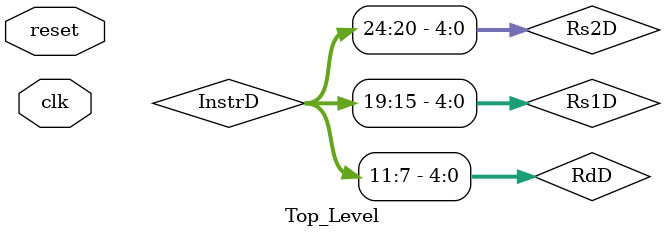
<source format=v>
`timescale 1ns /1ps

module Top_Level(
    input wire clk,             
    input wire reset            
);

    // IF Stage Signals
    wire [31:0] PCF, InstrF, PCPlus4F;
    wire StallF;

    // ID Stage Signals
    wire [31:0] PCD, InstrD, PCPlus4D, ImmExtD, RD1D, RD2D;
    wire StallD, FlushD;
    wire [4:0] Rs1D, Rs2D, RdD;
    wire RegWriteD, MemWriteD, ALUSrcD, BranchD, JumpD;
    wire [2:0] ALUControlD;
    wire [1:0] ResultSrcD, ImmSrcD;

    // EX Stage Signals
    wire [31:0] PCE, PCPlus4E, RD1E, RD2E, ImmExtE, PCTargetE, ALUResultE, WriteDataE;
    wire [4:0] Rs1E, Rs2E, RdE;
    wire RegWriteE, MemWriteE, ALUSrcE, BranchE, JumpE, ZeroE, PCSrcE;
    wire [2:0] ALUControlE;
    wire [1:0] ResultSrcE, ForwardAE, ForwardBE;
    wire FlushE;

    // MEM Stage Signals
    wire [31:0] PCPlus4M, ALUResultM, WriteDataM, ReadDataM;
    wire [4:0] RdM;
    wire RegWriteM, MemWriteM;
    wire [1:0] ResultSrcM;

    // WB Stage Signals
    wire [31:0] PCPlus4W, ALUResultW, ReadDataW, ResultW;
    wire [4:0] RdW;
    wire RegWriteW;
    wire [1:0] ResultSrcW;

    // IF Stage
    IF_Stage if_stage (
        .clk(clk),
        .reset(reset),
        .StallF(StallF),        // Active high stall signal
        .PCSrcE(PCSrcE),
        .PCTargetE(PCTargetE),
        .InstrF(InstrF),
        .PCF(PCF),
        .PCPlus4F(PCPlus4F)
    );

    // IF/ID Pipeline Register
    IF_ID_Pipeline_Reg if_id_reg (
        .clk(clk),
        .reset(reset),
        .FlushD(FlushD),
        .StallD(StallD),        // Active high stall signal
        .PCF(PCF),
        .InstrF(InstrF),
        .PCPlus4F(PCPlus4F),
        .PCD(PCD),
        .InstrD(InstrD),
        .PCPlus4D(PCPlus4D)
    );

    // Control Unit
    ControlUnit control_unit (
        .InstrD(InstrD),
        .RegWriteD(RegWriteD),
        .MemWriteD(MemWriteD),
        .ResultSrcD(ResultSrcD),
        .ALUControlD(ALUControlD),
        .ALUSrcD(ALUSrcD),
        .BranchD(BranchD),
        .JumpD(JumpD),
        .ImmSrcD(ImmSrcD)
    );

    // Extract register addresses
    assign Rs1D = InstrD[19:15];
    assign Rs2D = InstrD[24:20];
    assign RdD = InstrD[11:7];

    // Extend Unit
    Extend_Unit extend_unit (
        .InstrD(InstrD),
        .ImmSrc(ImmSrcD),
        .ImmExtD(ImmExtD)
    );

    // Register File
    Register_File reg_file (
        .clk(clk),
        .reset(reset),
        .RegWriteW(RegWriteW),
        .rs1(Rs1D),
        .rs2(Rs2D),
        .rd(RdW),
        .ResultW(ResultW),
        .RD1(RD1D),
        .RD2(RD2D)
    );

    // Hazard Unit
    Hazard_Unit hazard_unit (
        .Rs1D(Rs1D),
        .Rs2D(Rs2D),
        .Rs1E(Rs1E),
        .Rs2E(Rs2E),
        .RdE(RdE),
        .RdM(RdM),
        .RdW(RdW),
        .RegWriteM(RegWriteM),
        .RegWriteW(RegWriteW),
        .ResultSrcE(ResultSrcE),
        .PCSrcE(PCSrcE),
        .StallF(StallF),
        .StallD(StallD),
        .FlushD(FlushD),
        .FlushE(FlushE),
        .ForwardAE(ForwardAE),
        .ForwardBE(ForwardBE)
    );

    // ID/EX Pipeline Register
    ID_EX_Pipeline_Reg id_ex_pipeline (
        .clk(clk),
        .reset(reset),
        .FlushE(FlushE),          
        .RD1(RD1D),
        .RD2(RD2D),
        .PCD(PCD),
        .ImmExtD(ImmExtD),
        .PCPlus4D(PCPlus4D),
        .Rs1D(Rs1D),
        .Rs2D(Rs2D),
        .RdD(RdD),
        .ALUControlD(ALUControlD),
        .ALUSrcD(ALUSrcD),
        .MemWriteD(MemWriteD),
        .RegWriteD(RegWriteD),
        .ResultSrcD(ResultSrcD),
        .BranchD(BranchD),
        .JumpD(JumpD),
        .RD1E(RD1E),
        .RD2E(RD2E),
        .PCE(PCE),
        .ImmExtE(ImmExtE),
        .PCPlus4E(PCPlus4E),
        .Rs1E(Rs1E),
        .Rs2E(Rs2E),
        .RdE(RdE),
        .ALUControlE(ALUControlE),
        .ALUSrcE(ALUSrcE),
        .MemWriteE(MemWriteE),
        .RegWriteE(RegWriteE),
        .ResultSrcE(ResultSrcE),
        .BranchE(BranchE),
        .JumpE(JumpE)
    );

    // EX Stage
    EX_Stage ex_stage (
        .RD1E(RD1E),
        .RD2E(RD2E),
        .PCE(PCE),
        .ImmExtE(ImmExtE),
        .ALUControlE(ALUControlE),
        .ALUSrcE(ALUSrcE),
        .ForwardAE(ForwardAE),
        .ForwardBE(ForwardBE),
        .ResultW(ResultW),
        .ALUResultM(ALUResultM),
        .ALUResultE(ALUResultE),
        .ZeroE(ZeroE),
        .PCTargetE(PCTargetE),
        .WriteDataE(WriteDataE)
    );

    // Compute PCSrcE
    assign PCSrcE = (BranchE & ZeroE) | JumpE;

    // EX/MEM Pipeline Register
    EX_MEM_Pipeline_Reg ex_mem_pipeline_reg (
        .clk(clk),
        .reset(reset),
        .ALUResultE(ALUResultE),
        .WriteDataE(WriteDataE),
        .PCPlus4E(PCPlus4E),
        .RdE(RdE),
        .MemWriteE(MemWriteE),
        .RegWriteE(RegWriteE),
        .ResultSrcE(ResultSrcE),
        .ALUResultM(ALUResultM),
        .WriteDataM(WriteDataM),
        .PCPlus4M(PCPlus4M),
        .RdM(RdM),
        .MemWriteM(MemWriteM),
        .RegWriteM(RegWriteM),
        .ResultSrcM(ResultSrcM)
    );

    // MEM Stage
    MemoryStage memory_stage (
        .clk(clk),
        .MemWriteM(MemWriteM),
        .ALUResultM(ALUResultM),
        .WriteDataM(WriteDataM),
        .ReadDataM(ReadDataM)
    );

    // MEM/WB Pipeline Register
    MEM_WB_Pipeline memwb_pipeline (
        .clk(clk),
        .reset(reset),
        .RegWriteM(RegWriteM),
        .ResultSrcM(ResultSrcM),
        .ReadDataM(ReadDataM),
        .ALUResultM(ALUResultM),
        .PCPlus4M(PCPlus4M),
        .RdM(RdM),
        .RegWriteW(RegWriteW),
        .ResultSrcW(ResultSrcW),
        .ReadDataW(ReadDataW),
        .ALUResultW(ALUResultW),
        .PCPlus4W(PCPlus4W),
        .RdW(RdW)
    );

    // WB Stage
    WBStage wb_stage (
        .ResultSrcW(ResultSrcW),
        .ReadDataW(ReadDataW),
        .ALUResultW(ALUResultW),
        .PCPlus4W(PCPlus4W),
        .ResultW(ResultW)
    );

endmodule

</source>
